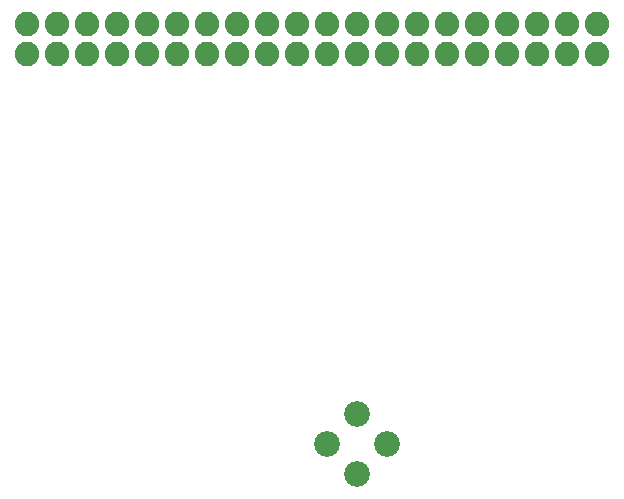
<source format=gts>
G04 MADE WITH FRITZING*
G04 WWW.FRITZING.ORG*
G04 DOUBLE SIDED*
G04 HOLES PLATED*
G04 CONTOUR ON CENTER OF CONTOUR VECTOR*
%ASAXBY*%
%FSLAX23Y23*%
%MOIN*%
%OFA0B0*%
%SFA1.0B1.0*%
%ADD10C,0.086000*%
%ADD11C,0.081889*%
%ADD12C,0.081917*%
%LNMASK1*%
G90*
G70*
G54D10*
X1344Y730D03*
X1544Y730D03*
X1444Y830D03*
X1444Y630D03*
X1344Y730D03*
X1544Y730D03*
X1444Y830D03*
X1444Y630D03*
G54D11*
X344Y2030D03*
X444Y2030D03*
X544Y2030D03*
X644Y2030D03*
G54D12*
X744Y2030D03*
G54D11*
X844Y2030D03*
X944Y2030D03*
X1044Y2030D03*
X1144Y2030D03*
G54D12*
X1244Y2030D03*
G54D11*
X1344Y2030D03*
G54D12*
X1444Y2030D03*
G54D11*
X1544Y2030D03*
X1644Y2030D03*
X1744Y2030D03*
X1844Y2030D03*
G54D12*
X1944Y2030D03*
G54D11*
X2044Y2030D03*
X2144Y2030D03*
X2244Y2030D03*
X2244Y2130D03*
X2144Y2130D03*
X2044Y2130D03*
G54D12*
X1944Y2130D03*
G54D11*
X1844Y2130D03*
X1744Y2130D03*
X1644Y2130D03*
X1544Y2130D03*
G54D12*
X1444Y2130D03*
G54D11*
X1344Y2130D03*
G54D12*
X1244Y2130D03*
G54D11*
X1144Y2130D03*
X1044Y2130D03*
X944Y2130D03*
X844Y2130D03*
G54D12*
X744Y2130D03*
G54D11*
X644Y2130D03*
X544Y2130D03*
X444Y2130D03*
X344Y2130D03*
G04 End of Mask1*
M02*
</source>
